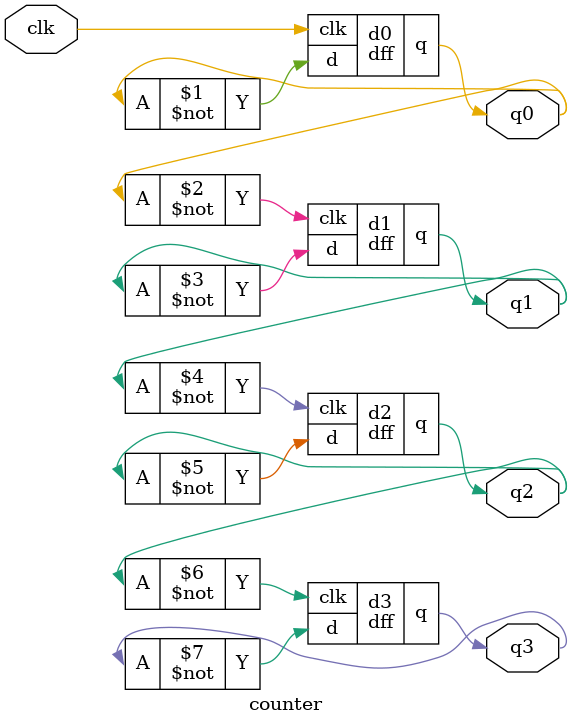
<source format=sv>
module dff(clk, d, q);
  input clk,d;
  output reg q;
  
  initial begin
    q = 0;
  end
  
  always @ (posedge clk)
    begin
      q = d;
    end
endmodule

module counter(clk, q0,q1,q2,q3);
  input clk;
  output reg q0,q1,q2,q3;
  
  dff d0(clk, ~q0, q0);
  dff d1(~q0, ~q1, q1);
  dff d2(~q1, ~q2, q2);
  dff d3(~q2, ~q3, q3);
endmodule

</source>
